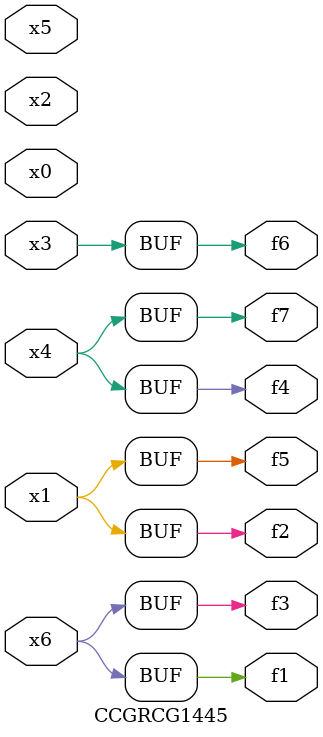
<source format=v>
module CCGRCG1445(
	input x0, x1, x2, x3, x4, x5, x6,
	output f1, f2, f3, f4, f5, f6, f7
);
	assign f1 = x6;
	assign f2 = x1;
	assign f3 = x6;
	assign f4 = x4;
	assign f5 = x1;
	assign f6 = x3;
	assign f7 = x4;
endmodule

</source>
